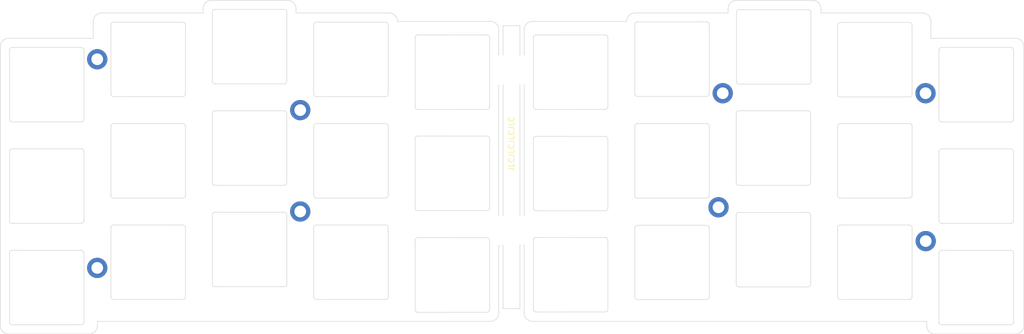
<source format=kicad_pcb>
(kicad_pcb (version 20211014) (generator pcbnew)
  (layers (0 "F.Cu" signal) (31 "B.Cu" signal) (34 "B.Paste" user) (35 "F.Paste" user) (36 "B.SilkS" user "B.Silkscreen") (37 "F.SilkS" user "F.Silkscreen") (38 "B.Mask" user) (39 "F.Mask" user) (44 "Edge.Cuts" user))
  (net 0 "")
  (footprint "MountingHole:MountingHole_2.2mm_M2_DIN965_Pad" (layer "F.Cu") (at 222.24375 85.85)
    (fp_text reference "H15" hide)
    (fp_text value "MountingHole")
    (pad "1" thru_hole circle (at 0 0) (size 3.8 3.8) (drill 2.2) (layers *.Cu *.Mask))
  )
  (footprint "sepp:breakaway-mousebites" (layer "F.Cu") (at 142.25115 111.55 -90)
    (fp_text reference "H9" hide)
    (fp_text value "mousebites" hide)
    (pad "" np_thru_hole circle (at 0 -0.254 270) (size 0.7874 0.7874) (drill 0.7874) (layers *.Cu *.Mask))
    (pad "" np_thru_hole circle (at 1.27 -0.254 270) (size 0.7874 0.7874) (drill 0.7874) (layers *.Cu *.Mask))
    (pad "" np_thru_hole circle (at -1.27 -0.254 270) (size 0.7874 0.7874) (drill 0.7874) (layers *.Cu *.Mask))
    (pad "" np_thru_hole circle (at 2.54 -0.254 270) (size 0.7874 0.7874) (drill 0.7874) (layers *.Cu *.Mask))
    (pad "" np_thru_hole circle (at -2.54 -0.254 270) (size 0.7874 0.7874) (drill 0.7874) (layers *.Cu *.Mask))
  )
  (footprint "sepp:breakaway-mousebites" (layer "F.Cu") (at 146.65 111.55 90)
    (fp_text reference "H7" hide)
    (fp_text value "mousebites" hide)
    (pad "" np_thru_hole circle (at 2.54 -0.254 90) (size 0.7874 0.7874) (drill 0.7874) (layers *.Cu *.Mask))
    (pad "" np_thru_hole circle (at 0 -0.254 90) (size 0.7874 0.7874) (drill 0.7874) (layers *.Cu *.Mask))
    (pad "" np_thru_hole circle (at -2.54 -0.254 90) (size 0.7874 0.7874) (drill 0.7874) (layers *.Cu *.Mask))
    (pad "" np_thru_hole circle (at -1.27 -0.254 90) (size 0.7874 0.7874) (drill 0.7874) (layers *.Cu *.Mask))
    (pad "" np_thru_hole circle (at 1.27 -0.254 90) (size 0.7874 0.7874) (drill 0.7874) (layers *.Cu *.Mask))
  )
  (footprint "MountingHole:MountingHole_2.2mm_M2_DIN965_Pad" (layer "F.Cu") (at 66.63125 118.66875)
    (fp_text reference "H4" hide)
    (fp_text value "MountingHole")
    (pad "1" thru_hole circle (at 0 0) (size 3.8 3.8) (drill 2.2) (layers *.Cu *.Mask))
  )
  (footprint "MountingHole:MountingHole_2.2mm_M2_DIN965_Pad" (layer "F.Cu") (at 184.14375 85.85)
    (fp_text reference "H11" hide)
    (fp_text value "MountingHole")
    (pad "1" thru_hole circle (at 0 0) (size 3.8 3.8) (drill 2.2) (layers *.Cu *.Mask))
  )
  (footprint "MountingHole:MountingHole_2.2mm_M2_DIN965_Pad" (layer "F.Cu") (at 66.63125 79.46875)
    (fp_text reference "H5" hide)
    (fp_text value "MountingHole")
    (pad "1" thru_hole circle (at 0 0) (size 3.8 3.8) (drill 2.2) (layers *.Cu *.Mask))
  )
  (footprint "MountingHole:MountingHole_2.2mm_M2_DIN965_Pad" (layer "F.Cu") (at 104.76875 89.025)
    (fp_text reference "H6" hide)
    (fp_text value "MountingHole")
    (pad "1" thru_hole circle (at 0 0) (size 3.8 3.8) (drill 2.2) (layers *.Cu *.Mask))
  )
  (footprint "sepp:breakaway-mousebites" (layer "F.Cu") (at 142.246 81.47 -90)
    (fp_text reference "H8" hide)
    (fp_text value "mousebites" hide)
    (pad "" np_thru_hole circle (at -2.54 -0.254 270) (size 0.7874 0.7874) (drill 0.7874) (layers *.Cu *.Mask))
    (pad "" np_thru_hole circle (at 2.54 -0.254 270) (size 0.7874 0.7874) (drill 0.7874) (layers *.Cu *.Mask))
    (pad "" np_thru_hole circle (at -1.27 -0.254 270) (size 0.7874 0.7874) (drill 0.7874) (layers *.Cu *.Mask))
    (pad "" np_thru_hole circle (at 0 -0.254 270) (size 0.7874 0.7874) (drill 0.7874) (layers *.Cu *.Mask))
    (pad "" np_thru_hole circle (at 1.27 -0.254 270) (size 0.7874 0.7874) (drill 0.7874) (layers *.Cu *.Mask))
  )
  (footprint "MountingHole:MountingHole_2.2mm_M2_DIN965_Pad" (layer "F.Cu") (at 183.35 107.28125)
    (fp_text reference "H13" hide)
    (fp_text value "MountingHole")
    (pad "1" thru_hole circle (at 0 0) (size 3.8 3.8) (drill 2.2) (layers *.Cu *.Mask))
  )
  (footprint "MountingHole:MountingHole_2.2mm_M2_DIN965_Pad" (layer "F.Cu") (at 104.76875 108.075)
    (fp_text reference "H2" hide)
    (fp_text value "MountingHole")
    (pad "1" thru_hole circle (at 0 0) (size 3.8 3.8) (drill 2.2) (layers *.Cu *.Mask))
  )
  (footprint "sepp:breakaway-mousebites" (layer "F.Cu") (at 146.69885 81.47 90)
    (fp_text reference "H10" hide)
    (fp_text value "mousebites" hide)
    (pad "" np_thru_hole circle (at -2.54 -0.254 90) (size 0.7874 0.7874) (drill 0.7874) (layers *.Cu *.Mask))
    (pad "" np_thru_hole circle (at 0 -0.254 90) (size 0.7874 0.7874) (drill 0.7874) (layers *.Cu *.Mask))
    (pad "" np_thru_hole circle (at -1.27 -0.254 90) (size 0.7874 0.7874) (drill 0.7874) (layers *.Cu *.Mask))
    (pad "" np_thru_hole circle (at 1.27 -0.254 90) (size 0.7874 0.7874) (drill 0.7874) (layers *.Cu *.Mask))
    (pad "" np_thru_hole circle (at 2.54 -0.254 90) (size 0.7874 0.7874) (drill 0.7874) (layers *.Cu *.Mask))
  )
  (footprint "MountingHole:MountingHole_2.2mm_M2_DIN965_Pad" (layer "F.Cu") (at 222.28075 113.63125)
    (fp_text reference "H14" hide)
    (fp_text value "MountingHole")
    (pad "1" thru_hole circle (at 0 0) (size 3.8 3.8) (drill 2.2) (layers *.Cu *.Mask))
  )
  (gr_line (start 65.08125 131.09375) (end 50 131.09375) (layer "Edge.Cuts") (width 0.1))
  (gr_arc (start 148.570527 75.401777) (mid 148.716974 75.048224) (end 149.070527 74.901777) (layer "Edge.Cuts") (width 0.1))
  (gr_arc (start 146.8375 73.94375) (mid 147.302468 72.821218) (end 148.425 72.35625) (layer "Edge.Cuts") (width 0.1))
  (gr_arc (start 120.798224 110.60533) (mid 121.151777 110.751777) (end 121.298224 111.10533) (layer "Edge.Cuts") (width 0.1))
  (gr_line (start 82.698224 110.60533) (end 69.701777 110.601777) (layer "Edge.Cuts") (width 0.1))
  (gr_arc (start 64.148224 128.848224) (mid 64.001777 129.201777) (end 63.648224 129.348224) (layer "Edge.Cuts") (width 0.1))
  (gr_line (start 88.1 68.3875) (end 102.3875 68.3875) (layer "Edge.Cuts") (width 0.1))
  (gr_line (start 102.248224 83.598224) (end 102.248224 70.60533) (layer "Edge.Cuts") (width 0.1))
  (gr_line (start 200.166974 108.25533) (end 187.170527 108.251777) (layer "Edge.Cuts") (width 0.1))
  (gr_line (start 140.348224 126.498224) (end 140.348224 113.50533) (layer "Edge.Cuts") (width 0.1))
  (gr_arc (start 140.348224 126.498224) (mid 140.201777 126.851777) (end 139.848224 126.998224) (layer "Edge.Cuts") (width 0.1))
  (gr_line (start 65.875 75.53125) (end 65.875 72.35625) (layer "Edge.Cuts") (width 0.1))
  (gr_arc (start 107.801777 86.501777) (mid 107.448224 86.35533) (end 107.301777 86.001777) (layer "Edge.Cuts") (width 0.1))
  (gr_line (start 224.770527 115.851777) (end 224.770527 128.851777) (layer "Edge.Cuts") (width 0.1))
  (gr_line (start 126.851777 88.901777) (end 139.848224 88.898224) (layer "Edge.Cuts") (width 0.1))
  (gr_arc (start 219.716974 86.048224) (mid 219.570527 86.401777) (end 219.216974 86.548224) (layer "Edge.Cuts") (width 0.1))
  (gr_arc (start 167.620527 111.151777) (mid 167.766974 110.798224) (end 168.120527 110.651777) (layer "Edge.Cuts") (width 0.1))
  (gr_arc (start 219.716974 124.098224) (mid 219.570527 124.451777) (end 219.216974 124.598224) (layer "Edge.Cuts") (width 0.1))
  (gr_arc (start 83.198224 85.998224) (mid 83.051777 86.351777) (end 82.698224 86.498224) (layer "Edge.Cuts") (width 0.1))
  (gr_line (start 162.066974 93.95533) (end 149.070527 93.951777) (layer "Edge.Cuts") (width 0.1))
  (gr_line (start 69.201777 92.051777) (end 69.201777 105.051777) (layer "Edge.Cuts") (width 0.1))
  (gr_arc (start 181.616974 85.948224) (mid 181.470527 86.301777) (end 181.116974 86.448224) (layer "Edge.Cuts") (width 0.1))
  (gr_line (start 126.851777 107.901777) (end 139.848224 107.898224) (layer "Edge.Cuts") (width 0.1))
  (gr_line (start 167.620527 111.151777) (end 167.620527 124.151777) (layer "Edge.Cuts") (width 0.1))
  (gr_line (start 240.713998 129.50625) (end 240.713998 77.11875) (layer "Edge.Cuts") (width 0.1))
  (gr_arc (start 148.570527 94.451777) (mid 148.716974 94.098224) (end 149.070527 93.951777) (layer "Edge.Cuts") (width 0.1))
  (gr_arc (start 185.151498 69.975) (mid 185.616466 68.852468) (end 186.738998 68.3875) (layer "Edge.Cuts") (width 0.1))
  (gr_arc (start 168.120527 124.651777) (mid 167.766974 124.50533) (end 167.620527 124.151777) (layer "Edge.Cuts") (width 0.1))
  (gr_line (start 148.570527 113.451777) (end 148.570527 126.451777) (layer "Edge.Cuts") (width 0.1))
  (gr_line (start 63.648224 77.251777) (end 50.651777 77.248224) (layer "Edge.Cuts") (width 0.1))
  (gr_line (start 142.075 84.2625) (end 142.86875 84.2625) (layer "Edge.Cuts") (width 0.1))
  (gr_arc (start 139.848224 113.00533) (mid 140.201777 113.151777) (end 140.348224 113.50533) (layer "Edge.Cuts") (width 0.1))
  (gr_line (start 146.8375 78.70625) (end 146.8375 73.94375) (layer "Edge.Cuts") (width 0.1))
  (gr_arc (start 148.570527 113.451777) (mid 148.716974 113.098224) (end 149.070527 112.951777) (layer "Edge.Cuts") (width 0.1))
  (gr_line (start 202.613998 69.975) (end 202.613998 70.76875) (layer "Edge.Cuts") (width 0.1))
  (gr_line (start 48.4125 77.11875) (end 48.4125 129.50625) (layer "Edge.Cuts") (width 0.1))
  (gr_line (start 146.8375 84.2625) (end 146.8375 108.86875) (layer "Edge.Cuts") (width 0.1))
  (gr_arc (start 50.151777 77.748224) (mid 50.298224 77.394671) (end 50.651777 77.248224) (layer "Edge.Cuts") (width 0.1))
  (gr_arc (start 69.701777 105.551777) (mid 69.348224 105.40533) (end 69.201777 105.051777) (layer "Edge.Cuts") (width 0.1))
  (gr_arc (start 225.270527 110.301777) (mid 224.916974 110.15533) (end 224.770527 109.801777) (layer "Edge.Cuts") (width 0.1))
  (gr_arc (start 48.4125 77.11875) (mid 48.877468 75.996218) (end 50 75.53125) (layer "Edge.Cuts") (width 0.1))
  (gr_line (start 103.975 70.76875) (end 121.4375 70.76875) (layer "Edge.Cuts") (width 0.1))
  (gr_line (start 64.148224 109.798224) (end 64.148224 96.80533) (layer "Edge.Cuts") (width 0.1))
  (gr_arc (start 69.701777 124.601777) (mid 69.348224 124.45533) (end 69.201777 124.101777) (layer "Edge.Cuts") (width 0.1))
  (gr_arc (start 88.251777 70.601777) (mid 88.398224 70.248224) (end 88.751777 70.101777) (layer "Edge.Cuts") (width 0.1))
  (gr_arc (start 63.648224 77.251777) (mid 64.001777 77.398224) (end 64.148224 77.751777) (layer "Edge.Cuts") (width 0.1))
  (gr_arc (start 121.298224 85.998224) (mid 121.151777 86.351777) (end 120.798224 86.498224) (layer "Edge.Cuts") (width 0.1))
  (gr_line (start 88.751777 122.201777) (end 101.748224 122.198224) (layer "Edge.Cuts") (width 0.1))
  (gr_line (start 69.201777 111.101777) (end 69.201777 124.101777) (layer "Edge.Cuts") (width 0.1))
  (gr_line (start 238.766974 90.748224) (end 238.766974 77.75533) (layer "Edge.Cuts") (width 0.1))
  (gr_line (start 219.716974 86.048224) (end 219.716974 73.05533) (layer "Edge.Cuts") (width 0.1))
  (gr_line (start 200.666974 121.748224) (end 200.666974 108.75533) (layer "Edge.Cuts") (width 0.1))
  (gr_arc (start 181.116974 72.45533) (mid 181.470527 72.601777) (end 181.616974 72.95533) (layer "Edge.Cuts") (width 0.1))
  (gr_arc (start 126.351777 113.501777) (mid 126.498224 113.148224) (end 126.851777 113.001777) (layer "Edge.Cuts") (width 0.1))
  (gr_arc (start 219.216974 91.55533) (mid 219.570527 91.701777) (end 219.716974 92.05533) (layer "Edge.Cuts") (width 0.1))
  (gr_arc (start 50.651777 91.248224) (mid 50.298224 91.101777) (end 50.151777 90.748224) (layer "Edge.Cuts") (width 0.1))
  (gr_arc (start 200.216974 70.15533) (mid 200.570527 70.301777) (end 200.716974 70.65533) (layer "Edge.Cuts") (width 0.1))
  (gr_line (start 146.04375 73.15) (end 146.04375 78.70625) (layer "Edge.Cuts") (width 0.1))
  (gr_line (start 142.075 108.86875) (end 142.075 84.2625) (layer "Edge.Cuts") (width 0.1))
  (gr_arc (start 50 131.09375) (mid 48.877468 130.628782) (end 48.4125 129.50625) (layer "Edge.Cuts") (width 0.1))
  (gr_arc (start 219.216974 110.60533) (mid 219.570527 110.751777) (end 219.716974 111.10533) (layer "Edge.Cuts") (width 0.1))
  (gr_arc (start 142.075 127.125) (mid 141.610032 128.247532) (end 140.4875 128.7125) (layer "Edge.Cuts") (width 0.1))
  (gr_line (start 222.457748 129.50625) (end 222.457748 128.7125) (layer "Edge.Cuts") (width 0.1))
  (gr_arc (start 238.766974 109.798224) (mid 238.620527 110.151777) (end 238.266974 110.298224) (layer "Edge.Cuts") (width 0.1))
  (gr_arc (start 205.720527 92.051777) (mid 205.866974 91.698224) (end 206.220527 91.551777) (layer "Edge.Cuts") (width 0.1))
  (gr_line (start 50.151777 115.851777) (end 50.151777 128.851777) (layer "Edge.Cuts") (width 0.1))
  (gr_line (start 149.070527 126.951777) (end 162.066974 126.948224) (layer "Edge.Cuts") (width 0.1))
  (gr_line (start 69.201777 73.001777) (end 69.201777 86.001777) (layer "Edge.Cuts") (width 0.1))
  (gr_arc (start 102.248224 102.648224) (mid 102.101777 103.001777) (end 101.748224 103.148224) (layer "Edge.Cuts") (width 0.1))
  (gr_line (start 64.148224 128.848224) (end 64.148224 115.85533) (layer "Edge.Cuts") (width 0.1))
  (gr_line (start 187.170527 122.251777) (end 200.166974 122.248224) (layer "Edge.Cuts") (width 0.1))
  (gr_line (start 200.216974 70.15533) (end 187.220527 70.151777) (layer "Edge.Cuts") (width 0.1))
  (gr_line (start 200.716974 83.648224) (end 200.716974 70.65533) (layer "Edge.Cuts") (width 0.1))
  (gr_arc (start 200.166974 89.15533) (mid 200.520527 89.301777) (end 200.666974 89.65533) (layer "Edge.Cuts") (width 0.1))
  (gr_arc (start 69.201777 73.001777) (mid 69.348224 72.648224) (end 69.701777 72.501777) (layer "Edge.Cuts") (width 0.1))
  (gr_line (start 120.798224 72.50533) (end 107.801777 72.501777) (layer "Edge.Cuts") (width 0.1))
  (gr_arc (start 238.266974 77.25533) (mid 238.620527 77.401777) (end 238.766974 77.75533) (layer "Edge.Cuts") (width 0.1))
  (gr_line (start 162.066974 112.95533) (end 149.070527 112.951777) (layer "Edge.Cuts") (width 0.1))
  (gr_line (start 107.301777 73.001777) (end 107.301777 86.001777) (layer "Edge.Cuts") (width 0.1))
  (gr_line (start 142.075 114.425) (end 142.86875 114.425) (layer "Edge.Cuts") (width 0.1))
  (gr_arc (start 82.698224 91.55533) (mid 83.051777 91.701777) (end 83.198224 92.05533) (layer "Edge.Cuts") (width 0.1))
  (gr_line (start 82.698224 91.55533) (end 69.701777 91.551777) (layer "Edge.Cuts") (width 0.1))
  (gr_line (start 219.716974 105.048224) (end 219.716974 92.05533) (layer "Edge.Cuts") (width 0.1))
  (gr_line (start 224.770527 77.751777) (end 224.770527 90.751777) (layer "Edge.Cuts") (width 0.1))
  (gr_arc (start 102.248224 83.598224) (mid 102.101777 83.951777) (end 101.748224 84.098224) (layer "Edge.Cuts") (width 0.1))
  (gr_line (start 181.116974 72.45533) (end 168.120527 72.451777) (layer "Edge.Cuts") (width 0.1))
  (gr_arc (start 206.220527 105.551777) (mid 205.866974 105.40533) (end 205.720527 105.051777) (layer "Edge.Cuts") (width 0.1))
  (gr_arc (start 121.298224 124.098224) (mid 121.151777 124.451777) (end 120.798224 124.598224) (layer "Edge.Cuts") (width 0.1))
  (gr_line (start 69.701777 86.501777) (end 82.698224 86.498224) (layer "Edge.Cuts") (width 0.1))
  (gr_arc (start 200.666974 102.648224) (mid 200.520527 103.001777) (end 200.166974 103.148224) (layer "Edge.Cuts") (width 0.1))
  (gr_line (start 167.620527 92.051777) (end 167.620527 105.051777) (layer "Edge.Cuts") (width 0.1))
  (gr_arc (start 107.801777 105.551777) (mid 107.448224 105.40533) (end 107.301777 105.051777) (layer "Edge.Cuts") (width 0.1))
  (gr_line (start 146.04375 108.86875) (end 146.04375 84.2625) (layer "Edge.Cuts") (width 0.1))
  (gr_arc (start 200.166974 108.25533) (mid 200.520527 108.401777) (end 200.666974 108.75533) (layer "Edge.Cuts") (width 0.1))
  (gr_arc (start 238.266974 115.35533) (mid 238.620527 115.501777) (end 238.766974 115.85533) (layer "Edge.Cuts") (width 0.1))
  (gr_arc (start 126.351777 94.401777) (mid 126.498224 94.048224) (end 126.851777 93.901777) (layer "Edge.Cuts") (width 0.1))
  (gr_line (start 88.251777 108.701777) (end 88.251777 121.701777) (layer "Edge.Cuts") (width 0.1))
  (gr_arc (start 149.070527 88.901777) (mid 148.716974 88.75533) (end 148.570527 88.401777) (layer "Edge.Cuts") (width 0.1))
  (gr_line (start 148.570527 75.401777) (end 148.570527 88.401777) (layer "Edge.Cuts") (width 0.1))
  (gr_line (start 181.116974 91.55533) (end 168.120527 91.551777) (layer "Edge.Cuts") (width 0.1))
  (gr_line (start 162.066974 74.90533) (end 149.070527 74.901777) (layer "Edge.Cuts") (width 0.1))
  (gr_line (start 142.86875 108.86875) (end 142.075 108.86875) (layer "Edge.Cuts") (width 0.1))
  (gr_line (start 126.351777 94.401777) (end 126.351777 107.401777) (layer "Edge.Cuts") (width 0.1))
  (gr_line (start 225.270527 91.251777) (end 238.266974 91.248224) (layer "Edge.Cuts") (width 0.1))
  (gr_line (start 50.151777 77.748224) (end 50.151777 90.748224) (layer "Edge.Cuts") (width 0.1))
  (gr_line (start 123.025 72.35625) (end 140.4875 72.35625) (layer "Edge.Cuts") (width 0.1))
  (gr_line (start 187.220527 84.151777) (end 200.216974 84.148224) (layer "Edge.Cuts") (width 0.1))
  (gr_arc (start 162.566974 107.448224) (mid 162.420527 107.801777) (end 162.066974 107.948224) (layer "Edge.Cuts") (width 0.1))
  (gr_line (start 219.716974 124.098224) (end 219.716974 111.10533) (layer "Edge.Cuts") (width 0.1))
  (gr_arc (start 187.170527 122.251777) (mid 186.816974 122.10533) (end 186.670527 121.751777) (layer "Edge.Cuts") (width 0.1))
  (gr_arc (start 101.748224 108.20533) (mid 102.101777 108.351777) (end 102.248224 108.70533) (layer "Edge.Cuts") (width 0.1))
  (gr_arc (start 82.698224 110.60533) (mid 83.051777 110.751777) (end 83.198224 111.10533) (layer "Edge.Cuts") (width 0.1))
  (gr_line (start 64.148224 90.744671) (end 64.148224 77.751777) (layer "Edge.Cuts") (width 0.1))
  (gr_line (start 224.770527 96.801777) (end 224.770527 109.801777) (layer "Edge.Cuts") (width 0.1))
  (gr_line (start 200.166974 89.15533) (end 187.170527 89.151777) (layer "Edge.Cuts") (width 0.1))
  (gr_arc (start 88.251777 108.701777) (mid 88.398224 108.348224) (end 88.751777 108.201777) (layer "Edge.Cuts") (width 0.1))
  (gr_arc (start 50.151777 115.851777) (mid 50.298224 115.498224) (end 50.651777 115.351777) (layer "Edge.Cuts") (width 0.1))
  (gr_line (start 168.120527 105.551777) (end 181.116974 105.548224) (layer "Edge.Cuts") (width 0.1))
  (gr_line (start 219.216974 72.55533) (end 206.220527 72.551777) (layer "Edge.Cuts") (width 0.1))
  (gr_arc (start 225.270527 129.351777) (mid 224.916974 129.20533) (end 224.770527 128.851777) (layer "Edge.Cuts") (width 0.1))
  (gr_arc (start 126.851777 107.901777) (mid 126.498224 107.75533) (end 126.351777 107.401777) (layer "Edge.Cuts") (width 0.1))
  (gr_arc (start 140.348224 107.398224) (mid 140.201777 107.751777) (end 139.848224 107.898224) (layer "Edge.Cuts") (width 0.1))
  (gr_line (start 223.251498 72.35625) (end 223.251498 75.53125) (layer "Edge.Cuts") (width 0.1))
  (gr_arc (start 63.648224 96.30533) (mid 64.001777 96.451777) (end 64.148224 96.80533) (layer "Edge.Cuts") (width 0.1))
  (gr_arc (start 148.425 128.7125) (mid 147.302468 128.247532) (end 146.8375 127.125) (layer "Edge.Cuts") (width 0.1))
  (gr_line (start 219.216974 91.55533) (end 206.220527 91.551777) (layer "Edge.Cuts") (width 0.1))
  (gr_line (start 107.301777 111.101777) (end 107.301777 124.101777) (layer "Edge.Cuts") (width 0.1))
  (gr_arc (start 140.4875 72.35625) (mid 141.610032 72.821218) (end 142.075 73.94375) (layer "Edge.Cuts") (width 0.1))
  (gr_line (start 181.616974 124.148224) (end 181.616974 111.15533) (layer "Edge.Cuts") (width 0.1))
  (gr_arc (start 200.716974 83.648224) (mid 200.570527 84.001777) (end 200.216974 84.148224) (layer "Edge.Cuts") (width 0.1))
  (gr_line (start 202.613998 70.76875) (end 221.663998 70.76875) (layer "Edge.Cuts") (width 0.1))
  (gr_line (start 238.266974 96.30533) (end 225.270527 96.301777) (layer "Edge.Cuts") (width 0.1))
  (gr_arc (start 219.216974 72.55533) (mid 219.570527 72.701777) (end 219.716974 73.05533) (layer "Edge.Cuts") (width 0.1))
  (gr_line (start 88.251777 70.601777) (end 88.251777 83.601777) (layer "Edge.Cuts") (width 0.1))
  (gr_line (start 82.698224 72.50533) (end 69.701777 72.501777) (layer "Edge.Cuts") (width 0.1))
  (gr_line (start 102.248224 102.648224) (end 102.248224 89.65533) (layer "Edge.Cuts") (width 0.1))
  (gr_arc (start 88.251777 89.651777) (mid 88.398224 89.298224) (end 88.751777 89.151777) (layer "Edge.Cuts") (width 0.1))
  (gr_line (start 66.66875 128.7125) (end 66.66875 129.50625) (layer "Edge.Cuts") (width 0.1))
  (gr_arc (start 224.045248 131.09375) (mid 222.922716 130.628782) (end 222.457748 129.50625) (layer "Edge.Cuts") (width 0.1))
  (gr_line (start 168.120527 124.651777) (end 181.116974 124.648224) (layer "Edge.Cuts") (width 0.1))
  (gr_line (start 121.298224 124.098224) (end 121.298224 111.10533) (layer "Edge.Cuts") (width 0.1))
  (gr_arc (start 121.298224 105.048224) (mid 121.151777 105.401777) (end 120.798224 105.548224) (layer "Edge.Cuts") (width 0.1))
  (gr_line (start 83.198224 85.998224) (end 83.198224 73.00533) (layer "Edge.Cuts") (width 0.1))
  (gr_arc (start 50.651777 110.301777) (mid 50.298224 110.15533) (end 50.151777 109.801777) (layer "Edge.Cuts") (width 0.1))
  (gr_line (start 148.425 72.35625) (end 166.101498 72.35625) (layer "Edge.Cuts") (width 0.1))
  (gr_arc (start 126.351777 75.401777) (mid 126.498224 75.048224) (end 126.851777 74.901777) (layer "Edge.Cuts") (width 0.1))
  (gr_line (start 146.04375 108.86875) (end 146.8375 108.86875) (layer "Edge.Cuts") (width 0.1))
  (gr_line (start 101.748224 89.15533) (end 88.751777 89.151777) (layer "Edge.Cuts") (width 0.1))
  (gr_arc (start 224.770527 115.851777) (mid 224.916974 115.498224) (end 225.270527 115.351777) (layer "Edge.Cuts") (width 0.1))
  (gr_arc (start 166.101498 72.35625) (mid 166.566466 71.233718) (end 167.688998 70.76875) (layer "Edge.Cuts") (width 0.1))
  (gr_arc (start 200.666974 121.748224) (mid 200.520527 122.101777) (end 200.166974 122.248224) (layer "Edge.Cuts") (width 0.1))
  (gr_line (start 50.651777 129.351777) (end 63.648224 129.348224) (layer "Edge.Cuts") (width 0.1))
  (gr_arc (start 69.201777 92.051777) (mid 69.348224 91.698224) (end 69.701777 91.551777) (layer "Edge.Cuts") (width 0.1))
  (gr_arc (start 140.348224 88.398224) (mid 140.201777 88.751777) (end 139.848224 88.898224) (layer "Edge.Cuts") (width 0.1))
  (gr_line (start 238.266974 115.35533) (end 225.270527 115.351777) (layer "Edge.Cuts") (width 0.1))
  (gr_arc (start 167.620527 92.051777) (mid 167.766974 91.698224) (end 168.120527 91.551777) (layer "Edge.Cuts") (width 0.1))
  (gr_arc (start 83.198224 124.098224) (mid 83.051777 124.451777) (end 82.698224 124.598224) (layer "Edge.Cuts") (width 0.1))
  (gr_line (start 186.738998 68.3875) (end 201.026498 68.3875) (layer "Edge.Cuts") (width 0.1))
  (gr_arc (start 162.066974 112.95533) (mid 162.420527 113.101777) (end 162.566974 113.45533) (layer "Edge.Cuts") (width 0.1))
  (gr_arc (start 50.151777 96.801777) (mid 50.298224 96.448224) (end 50.651777 96.301777) (layer "Edge.Cuts") (width 0.1))
  (gr_line (start 103.975 69.975) (end 103.975 70.76875) (layer "Edge.Cuts") (width 0.1))
  (gr_arc (start 102.248224 121.698224) (mid 102.101777 122.051777) (end 101.748224 122.198224) (layer "Edge.Cuts") (width 0.1))
  (gr_line (start 239.126498 131.09375) (end 224.045248 131.09375) (layer "Edge.Cuts") (width 0.1))
  (gr_line (start 205.720527 92.051777) (end 205.720527 105.051777) (layer "Edge.Cuts") (width 0.1))
  (gr_arc (start 205.720527 111.101777) (mid 205.866974 110.748224) (end 206.220527 110.601777) (layer "Edge.Cuts") (width 0.1))
  (gr_line (start 186.720527 70.651777) (end 186.720527 83.651777) (layer "Edge.Cuts") (width 0.1))
  (gr_arc (start 86.5125 69.975) (mid 86.977468 68.852468) (end 88.1 68.3875) (layer "Edge.Cuts") (width 0.1))
  (gr_arc (start 83.198224 105.048224) (mid 83.051777 105.401777) (end 82.698224 105.548224) (layer "Edge.Cuts") (width 0.1))
  (gr_line (start 142.86875 78.70625) (end 142.86875 73.15) (layer "Edge.Cuts") (width 0.1))
  (gr_arc (start 187.170527 103.151777) (mid 186.816974 103.00533) (end 186.670527 102.651777) (layer "Edge.Cuts") (width 0.1))
  (gr_arc (start 221.663998 70.76875) (mid 222.78653 71.233718) (end 223.251498 72.35625) (layer "Edge.Cuts") (width 0.1))
  (gr_line (start 126.351777 75.401777) (end 126.351777 88.401777) (layer "Edge.Cuts") (width 0.1))
  (gr_line (start 146.04375 84.2625) (end 146.8375 84.2625) (layer "Edge.Cuts") (width 0.1))
  (gr_arc (start 206.220527 124.601777) (mid 205.866974 124.45533) (end 205.720527 124.101777) (layer "Edge.Cuts") (width 0.1))
  (gr_line (start 101.748224 108.20533) (end 88.751777 108.201777) (layer "Edge.Cuts") (width 0.1))
  (gr_line (start 107.801777 86.501777) (end 120.798224 86.498224) (layer "Edge.Cuts") (width 0.1))
  (gr_line (start 69.701777 105.551777) (end 82.698224 105.548224) (layer "Edge.Cuts") (width 0.1))
  (gr_line (start 139.848224 93.90533) (end 126.851777 93.901777) (layer "Edge.Cuts") (width 0.1))
  (gr_line (start 238.766974 128.848224) (end 238.766974 115.85533) (layer "Edge.Cuts") (width 0.1))
  (gr_arc (start 82.698224 72.50533) (mid 83.051777 72.651777) (end 83.198224 73.00533) (layer "Edge.Cuts") (width 0.1))
  (gr_arc (start 162.566974 126.448224) (mid 162.420527 126.801777) (end 162.066974 126.948224) (layer "Edge.Cuts") (width 0.1))
  (gr_line (start 107.301777 92.051777) (end 107.301777 105.051777) (layer "Edge.Cuts") (width 0.1))
  (gr_line (start 162.566974 107.448224) (end 162.566974 94.45533) (layer "Edge.Cuts") (width 0.1))
  (gr_arc (start 168.120527 86.451777) (mid 167.766974 86.30533) (end 167.620527 85.951777) (layer "Edge.Cuts") (width 0.1))
  (gr_arc (start 66.66875 129.50625) (mid 66.203782 130.628782) (end 65.08125 131.09375) (layer "Edge.Cuts") (width 0.1))
  (gr_arc (start 181.616974 105.048224) (mid 181.470527 105.401777) (end 181.116974 105.548224) (layer "Edge.Cuts") (width 0.1))
  (gr_line (start 121.298224 85.998224) (end 121.298224 73.00533) (layer "Edge.Cuts") (width 0.1))
  (gr_line (start 205.720527 111.101777) (end 205.720527 124.101777) (layer "Edge.Cuts") (width 0.1))
  (gr_line (start 206.220527 124.601777) (end 219.216974 124.598224) (layer "Edge.Cuts") (width 0.1))
  (gr_arc (start 187.220527 84.151777) (mid 186.866974 84.00533) (end 186.720527 83.651777) (layer "Edge.Cuts") (width 0.1))
  (gr_line (start 142.075 73.94375) (end 142.075 78.70625) (layer "Edge.Cuts") (width 0.1))
  (gr_line (start 139.848224 74.90533) (end 126.851777 74.901777) (layer "Edge.Cuts") (width 0.1))
  (gr_line (start 83.198224 105.048224) (end 83.198224 92.05533) (layer "Edge.Cuts") (width 0.1))
  (gr_line (start 146.8375 78.70625) (end 146.04375 78.708027) (layer "Edge.Cuts") (width 0.1))
  (gr_arc (start 240.713998 129.50625) (mid 240.24903 130.628782) (end 239.126498 131.09375) (layer "Edge.Cuts") (width 0.1))
  (gr_arc (start 64.148224 90.744671) (mid 64.001777 91.098224) (end 63.648224 91.244671) (layer "Edge.Cuts") (width 0.1))
  (gr_arc (start 50.651777 129.351777) (mid 50.298224 129.20533) (end 50.151777 128.851777) (layer "Edge.Cuts") (width 0.1))
  (gr_arc (start 121.4375 70.76875) (mid 122.560032 71.233718) (end 123.025 72.35625) (layer "Edge.Cuts") (width 0.1))
  (gr_line (start 225.270527 110.301777) (end 238.266974 110.298224) (layer "Edge.Cuts") (width 0.1))
  (gr_arc (start 167.620527 72.951777) (mid 167.766974 72.598224) (end 168.120527 72.451777) (layer "Edge.Cuts") (width 0.1))
  (gr_arc (start 88.751777 122.201777) (mid 88.398224 122.05533) (end 88.251777 121.701777) (layer "Edge.Cuts") (width 0.1))
  (gr_line (start 50.651777 110.301777) (end 63.648224 110.298224) (layer "Edge.Cuts") (width 0.1))
  (gr_line (start 69.701777 124.601777) (end 82.698224 124.598224) (layer "Edge.Cuts") (width 0.1))
  (gr_line (start 120.798224 91.55533) (end 107.801777 91.551777) (layer "Edge.Cuts") (width 0.1))
  (gr_line (start 120.798224 110.60533) (end 107.801777 110.601777) (layer "Edge.Cuts") (width 0.1))
  (gr_arc (start 206.220527 86.551777) (mid 205.866974 86.40533) (end 205.720527 86.051777) (layer "Edge.Cuts") (width 0.1))
  (gr_arc (start 65.875 72.35625) (mid 66.339968 71.233718) (end 67.4625 70.76875) (layer "Edge.Cuts") (width 0.1))
  (gr_arc (start 120.798224 91.55533) (mid 121.151777 91.701777) (end 121.298224 92.05533) (layer "Edge.Cuts") (width 0.1))
  (gr_line (start 146.8375 127.125) (end 146.8375 114.425) (layer "Edge.Cuts") (width 0.1))
  (gr_arc (start 225.270527 91.251777) (mid 224.916974 91.10533) (end 224.770527 90.751777) (layer "Edge.Cuts") (width 0.1))
  (gr_arc (start 168.120527 105.551777) (mid 167.766974 105.40533) (end 167.620527 105.051777) (layer "Edge.Cuts") (width 0.1))
  (gr_line (start 107.801777 105.551777) (end 120.798224 105.548224) (layer "Edge.Cuts") (width 0.1))
  (gr_line (start 223.251498 75.53125) (end 239.126498 75.53125) (layer "Edge.Cuts") (width 0.1))
  (gr_line (start 50.651777 91.248224) (end 63.648224 91.244671) (layer "Edge.Cuts") (width 0.1))
  (gr_line (start 149.070527 88.901777) (end 162.066974 88.898224) (layer "Edge.Cuts") (width 0.1))
  (gr_line (start 206.220527 86.551777) (end 219.216974 86.548224) (layer "Edge.Cuts") (width 0.1))
  (gr_line (start 167.620527 72.951777) (end 167.620527 85.951777) (layer "Edge.Cuts") (width 0.1))
  (gr_arc (start 139.848224 74.90533) (mid 140.201777 75.051777) (end 140.348224 75.40533) (layer "Edge.Cuts") (width 0.1))
  (gr_arc (start 69.701777 86.501777) (mid 69.348224 86.35533) (end 69.201777 86.001777) (layer "Edge.Cuts") (width 0.1))
  (gr_line (start 238.766974 109.798224) (end 238.766974 96.80533) (layer "Edge.Cuts") (width 0.1))
  (gr_line (start 222.457748 128.7125) (end 148.425 128.7125) (layer "Edge.Cuts") (width 0.1))
  (gr_line (start 63.648224 96.30533) (end 50.651777 96.301777) (layer "Edge.Cuts") (width 0.1))
  (gr_arc (start 149.070527 107.951777) (mid 148.716974 107.80533) (end 148.570527 107.451777) (layer "Edge.Cuts") (width 0.1))
  (gr_arc (start 186.670527 89.651777) (mid 186.816974 89.298224) (end 187.170527 89.151777) (layer "Edge.Cuts") (width 0.1))
  (gr_arc (start 201.026498 68.3875) (mid 202.14903 68.852468) (end 202.613998 69.975) (layer "Edge.Cuts") (width 0.1))
  (gr_line (start 83.198224 124.098224) (end 83.198224 111.10533) (layer "Edge.Cuts") (width 0.1))
  (gr_line (start 88.751777 103.151777) (end 101.748224 103.148224) (layer "Edge.Cuts") (width 0.1))
  (gr_line (start 50 75.53125) (end 65.875 75.53125) (layer "Edge.Cuts") (width 0.1))
  (gr_arc (start 107.301777 92.051777) (mid 107.448224 91.698224) (end 107.801777 91.551777) (layer "Edge.Cuts") (width 0.1))
  (gr_line (start 140.4875 128.7125) (end 66.66875 128.7125) (layer "Edge.Cuts") (width 0.1))
  (gr_line (start 142.86875 84.2625) (end 142.86875 108.86875) (layer "Edge.Cuts") (width 0.1))
  (gr_line (start 140.348224 88.398224) (end 140.348224 75.40533) (layer "Edge.Cuts") (width 0.1))
  (gr_line (start 181.616974 105.048224) (end 181.616974 92.05533) (layer "Edge.Cuts") (width 0.1))
  (gr_arc (start 107.301777 73.001777) (mid 107.448224 72.648224) (end 107.801777 72.501777) (layer "Edge.Cuts") (width 0.1))
  (gr_line (start 142.86875 73.15) (end 146.04375 73.15) (layer "Edge.Cuts") (width 0.1))
  (gr_line (start 139.848224 113.00533) (end 126.851777 113.001777) (layer "Edge.Cuts") (width 0.1))
  (gr_line (start 88.751777 84.101777) (end 101.748224 84.098224) (layer "Edge.Cuts") (width 0.1))
  (gr_line (start 185.151498 70.76875) (end 185.151498 69.975) (layer "Edge.Cuts") (width 0.1))
  (gr_line (start 148.570527 94.451777) (end 148.570527 107.451777) (layer "Edge.Cuts") (width 0.1))
  (gr_line (start 146.04375 114.425) (end 146.04375 126.33125) (layer "Edge.Cuts") (width 0.1))
  (gr_line (start 162.566974 126.448224) (end 162.566974 113.45533) (layer "Edge.Cuts") (width 0.1))
  (gr_arc (start 162.066974 74.90533) (mid 162.420527 75.051777) (end 162.566974 75.40533) (layer "Edge.Cuts") (width 0.1))
  (gr_arc (start 101.748224 89.15533) (mid 102.101777 89.301777) (end 102.248224 89.65533) (layer "Edge.Cuts") (width 0.1))
  (gr_arc (start 238.266974 96.30533) (mid 238.620527 96.451777) (end 238.766974 96.80533) (layer "Edge.Cuts") (width 0.1))
  (gr_line (start 219.216974 110.60533) (end 206.220527 110.601777) (layer "Edge.Cuts") (width 0.1))
  (gr_line (start 142.075 78.70625) (end 142.86875 78.70625) (layer "Edge.Cuts") (width 0.1))
  (gr_arc (start 238.766974 128.848224) (mid 238.620527 129.201777) (end 238.266974 129.348224) (layer "Edge.Cuts") (width 0.1))
  (gr_line (start 86.5125 70.76875) (end 86.5125 69.975) (layer "Edge.Cuts") (width 0.1))
  (gr_line (start 186.670527 89.651777) (end 186.670527 102.651777) (layer "Edge.Cuts") (width 0.1))
  (gr_line (start 205.720527 73.051777) (end 205.720527 86.051777) (layer "Edge.Cuts") (width 0.1))
  (gr_arc (start 181.116974 110.65533) (mid 181.470527 110.801777) (end 181.616974 111.15533) (layer "Edge.Cuts") (width 0.1))
  (gr_arc (start 238.766974 90.748224) (mid 238.620527 91.101777) (end 238.266974 91.248224) (layer "Edge.Cuts") (width 0.1))
  (gr_line (start 167.688998 70.76875) (end 185.151498 70.76875) (layer "Edge.Cuts") (width 0.1))
  (gr_arc (start 149.070527 126.951777) (mid 148.716974 126.80533) (end 148.570527 126.451777) (layer "Edge.Cuts") (width 0.1))
  (gr_line (start 142.86875 126.33125) (end 146.04375 126.33125) (layer "Edge.Cuts") (width 0.1))
  (gr_arc (start 64.148224 109.798224) (mid 64.001777 110.151777) (end 63.648224 110.298224) (layer "Edge.Cuts") (width 0.1))
  (gr_arc (start 162.066974 93.95533) (mid 162.420527 94.101777) (end 162.566974 94.45533) (layer "Edge.Cuts") (width 0.1))
  (gr_line (start 101.748224 70.10533) (end 88.751777 70.101777) (layer "Edge.Cuts") (width 0.1))
  (gr_arc (start 239.126498 75.53125) (mid 240.24903 75.996218) (end 240.713998 77.11875) (layer "Edge.Cuts") (width 0.1))
  (gr_arc (start 126.851777 127.001777) (mid 126.498224 126.85533) (end 126.351777 126.501777) (layer "Edge.Cuts") (width 0.1))
  (gr_arc (start 126.851777 88.901777) (mid 126.498224 88.75533) (end 126.351777 88.401777) (layer "Edge.Cuts") (width 0.1))
  (gr_arc (start 69.201777 111.101777) (mid 69.348224 110.748224) (end 69.701777 110.601777) (layer "Edge.Cuts") (width 0.1))
  (gr_line (start 88.251777 89.651777) (end 88.251777 102.651777) (layer "Edge.Cuts") (width 0.1))
  (gr_line (start 142.075 127.125) (end 142.075 114.425) (layer "Edge.Cuts") (width 0.1))
  (gr_line (start 162.566974 88.398224) (end 162.566974 75.40533) (layer "Edge.Cuts") (width 0.1))
  (gr_line (start 181.616974 85.948224) (end 181.616974 72.95533) (layer "Edge.Cuts") (width 0.1))
  (gr_arc (start 205.720527 73.051777) (mid 205.866974 72.698224) (end 206.220527 72.551777) (layer "Edge.Cuts") (width 0.1))
  (gr_line (start 146.04375 114.425) (end 146.8375 114.425) (layer "Edge.Cuts") (width 0.1))
  (gr_arc (start 162.566974 88.398224) (mid 162.420527 88.751777) (end 162.066974 88.898224) (layer "Edge.Cuts") (width 0.1))
  (gr_arc (start 102.3875 68.3875) (mid 103.510032 68.852468) (end 103.975 69.975) (layer "Edge.Cuts") (width 0.1))
  (gr_line (start 50.151777 96.801777) (end 50.151777 109.801777) (layer "Edge.Cuts") (width 0.1))
  (gr_line (start 140.348224 107.398224) (end 140.348224 94.40533) (layer "Edge.Cuts") (width 0.1))
  (gr_line (start 121.298224 105.048224) (end 121.298224 92.05533) (layer "Edge.Cuts") (width 0.1))
  (gr_line (start 238.266974 77.25533) (end 225.270527 77.251777) (layer "Edge.Cuts") (width 0.1))
  (gr_line (start 225.270527 129.351777) (end 238.266974 129.348224) (layer "Edge.Cuts") (width 0.1))
  (gr_line (start 107.801777 124.601777) (end 120.798224 124.598224) (layer "Edge.Cuts") (width 0.1))
  (gr_arc (start 107.801777 124.601777) (mid 107.448224 124.45533) (end 107.301777 124.101777) (layer "Edge.Cuts") (width 0.1))
  (gr_line (start 187.170527 103.151777) (end 200.166974 103.148224) (layer "Edge.Cuts") (width 0.1))
  (gr_line (start 186.670527 108.751777) (end 186.670527 121.751777) (layer "Edge.Cuts") (width 0.1))
  (gr_arc (start 219.716974 105.048224) (mid 219.570527 105.401777) (end 219.216974 105.548224) (layer "Edge.Cuts") (width 0.1))
  (gr_line (start 63.648224 115.35533) (end 50.651777 115.351777) (layer "Edge.Cuts") (width 0.1))
  (gr_line (start 67.4625 70.76875) (end 86.5125 70.76875) (layer "Edge.Cuts") (width 0.1))
  (gr_line (start 206.220527 105.551777) (end 219.216974 105.548224) (layer "Edge.Cuts") (width 0.1))
  (gr_arc (start 186.670527 108.751777) (mid 186.816974 108.398224) (end 187.170527 108.251777) (layer "Edge.Cuts") (width 0.1))
  (gr_arc (start 186.720527 70.651777) (mid 186.866974 70.298224) (end 187.220527 70.151777) (layer "Edge.Cuts") (width 0.1))
  (gr_line (start 142.86875 114.425) (end 142.86875 126.33125) (layer "Edge.Cuts") (width 0.1))
  (gr_arc (start 224.770527 77.751777) (mid 224.916974 77.398224) (end 225.270527 77.251777) (layer "Edge.Cuts") (width 0.1))
  (gr_arc (start 181.616974 124.148224) (mid 181.470527 124.501777) (end 181.116974 124.648224) (layer "Edge.Cuts") (width 0.1))
  (gr_line (start 200.666974 102.648224) (end 200.666974 89.65533) (layer "Edge.Cuts") (width 0.1))
  (gr_arc (start 88.751777 84.101777) (mid 88.398224 83.95533) (end 88.251777 83.601777) (layer "Edge.Cuts") (width 0.1))
  (gr_arc (start 181.116974 91.55533) (mid 181.470527 91.701777) (end 181.616974 92.05533) (layer "Edge.Cuts") (width 0.1))
  (gr_arc (start 120.798224 72.50533) (mid 121.151777 72.651777) (end 121.298224 73.00533) (layer "Edge.Cuts") (width 0.1))
  (gr_line (start 168.120527 86.451777) (end 181.116974 86.448224) (layer "Edge.Cuts") (width 0.1))
  (gr_line (start 149.070527 107.951777) (end 162.066974 107.948224) (layer "Edge.Cuts") (width 0.1))
  (gr_arc (start 63.648224 115.35533) (mid 64.001777 115.501777) (end 64.148224 115.85533) (layer "Edge.Cuts") (width 0.1))
  (gr_line (start 181.116974 110.65533) (end 168.120527 110.651777) (layer "Edge.Cuts") (width 0.1))
  (gr_arc (start 101.748224 70.10533) (mid 102.101777 70.251777) (end 102.248224 70.60533) (layer "Edge.Cuts") (width 0.1))
  (gr_arc (start 224.770527 96.801777) (mid 224.916974 96.448224) (end 225.270527 96.301777) (layer "Edge.Cuts") (width 0.1))
  (gr_line (start 126.851777 127.001777) (end 139.848224 126.998224) (layer "Edge.Cuts") (width 0.1))
  (gr_arc (start 107.301777 111.101777) (mid 107.448224 110.748224) (end 107.801777 110.601777) (layer "Edge.Cuts") (width 0.1))
  (gr_line (start 126.351777 113.501777) (end 126.351777 126.501777) (layer "Edge.Cuts") (width 0.1))
  (gr_arc (start 139.848224 93.90533) (mid 140.201777 94.051777) (end 140.348224 94.40533) (layer "Edge.Cuts") (width 0.1))
  (gr_arc (start 88.751777 103.151777) (mid 88.398224 103.00533) (end 88.251777 102.651777) (layer "Edge.Cuts") (width 0.1))
  (gr_line (start 102.248224 121.698224) (end 102.248224 108.70533) (layer "Edge.Cuts") (width 0.1))
  (gr_text "JLCJLCJLCJLC" (at 144.45625 95.375 90) (layer "F.SilkS") (effects (font (size 1 1))))
)
</source>
